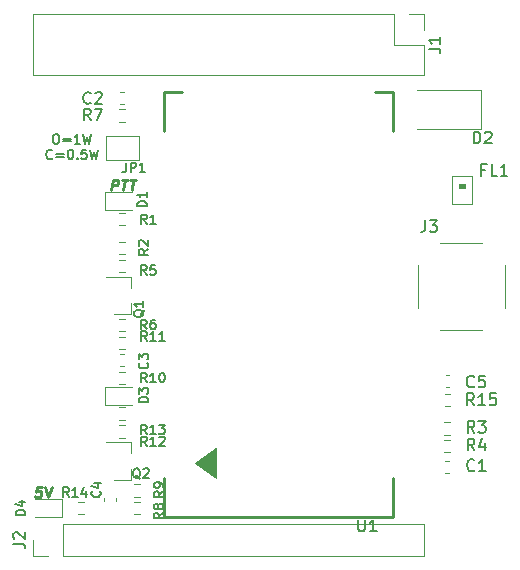
<source format=gbr>
G04 #@! TF.GenerationSoftware,KiCad,Pcbnew,(7.0.0)*
G04 #@! TF.CreationDate,2023-10-04T12:26:05+03:00*
G04 #@! TF.ProjectId,voltlog UHF repeater,766f6c74-6c6f-4672-9055-484620726570,rev?*
G04 #@! TF.SameCoordinates,Original*
G04 #@! TF.FileFunction,Legend,Top*
G04 #@! TF.FilePolarity,Positive*
%FSLAX46Y46*%
G04 Gerber Fmt 4.6, Leading zero omitted, Abs format (unit mm)*
G04 Created by KiCad (PCBNEW (7.0.0)) date 2023-10-04 12:26:05*
%MOMM*%
%LPD*%
G01*
G04 APERTURE LIST*
%ADD10C,0.225000*%
%ADD11C,0.150000*%
%ADD12C,0.120000*%
%ADD13C,0.250000*%
%ADD14C,0.100000*%
G04 APERTURE END LIST*
D10*
X173083928Y-48830642D02*
X173196428Y-47930642D01*
X173196428Y-47930642D02*
X173539286Y-47930642D01*
X173539286Y-47930642D02*
X173619643Y-47973500D01*
X173619643Y-47973500D02*
X173657143Y-48016357D01*
X173657143Y-48016357D02*
X173689286Y-48102071D01*
X173689286Y-48102071D02*
X173673214Y-48230642D01*
X173673214Y-48230642D02*
X173619643Y-48316357D01*
X173619643Y-48316357D02*
X173571428Y-48359214D01*
X173571428Y-48359214D02*
X173480357Y-48402071D01*
X173480357Y-48402071D02*
X173137500Y-48402071D01*
X173967857Y-47930642D02*
X174482143Y-47930642D01*
X174112500Y-48830642D02*
X174225000Y-47930642D01*
X174653571Y-47930642D02*
X175167857Y-47930642D01*
X174798214Y-48830642D02*
X174910714Y-47930642D01*
D11*
X168340476Y-44095904D02*
X168492857Y-44095904D01*
X168492857Y-44095904D02*
X168569047Y-44134000D01*
X168569047Y-44134000D02*
X168645238Y-44210190D01*
X168645238Y-44210190D02*
X168683333Y-44362571D01*
X168683333Y-44362571D02*
X168683333Y-44629238D01*
X168683333Y-44629238D02*
X168645238Y-44781619D01*
X168645238Y-44781619D02*
X168569047Y-44857809D01*
X168569047Y-44857809D02*
X168492857Y-44895904D01*
X168492857Y-44895904D02*
X168340476Y-44895904D01*
X168340476Y-44895904D02*
X168264285Y-44857809D01*
X168264285Y-44857809D02*
X168188095Y-44781619D01*
X168188095Y-44781619D02*
X168149999Y-44629238D01*
X168149999Y-44629238D02*
X168149999Y-44362571D01*
X168149999Y-44362571D02*
X168188095Y-44210190D01*
X168188095Y-44210190D02*
X168264285Y-44134000D01*
X168264285Y-44134000D02*
X168340476Y-44095904D01*
X169026190Y-44476857D02*
X169635714Y-44476857D01*
X169635714Y-44705428D02*
X169026190Y-44705428D01*
X170435713Y-44895904D02*
X169978570Y-44895904D01*
X170207142Y-44895904D02*
X170207142Y-44095904D01*
X170207142Y-44095904D02*
X170130951Y-44210190D01*
X170130951Y-44210190D02*
X170054761Y-44286380D01*
X170054761Y-44286380D02*
X169978570Y-44324476D01*
X170702380Y-44095904D02*
X170892856Y-44895904D01*
X170892856Y-44895904D02*
X171045237Y-44324476D01*
X171045237Y-44324476D02*
X171197618Y-44895904D01*
X171197618Y-44895904D02*
X171388095Y-44095904D01*
X168092857Y-46115714D02*
X168054761Y-46153809D01*
X168054761Y-46153809D02*
X167940476Y-46191904D01*
X167940476Y-46191904D02*
X167864285Y-46191904D01*
X167864285Y-46191904D02*
X167749999Y-46153809D01*
X167749999Y-46153809D02*
X167673809Y-46077619D01*
X167673809Y-46077619D02*
X167635714Y-46001428D01*
X167635714Y-46001428D02*
X167597618Y-45849047D01*
X167597618Y-45849047D02*
X167597618Y-45734761D01*
X167597618Y-45734761D02*
X167635714Y-45582380D01*
X167635714Y-45582380D02*
X167673809Y-45506190D01*
X167673809Y-45506190D02*
X167749999Y-45430000D01*
X167749999Y-45430000D02*
X167864285Y-45391904D01*
X167864285Y-45391904D02*
X167940476Y-45391904D01*
X167940476Y-45391904D02*
X168054761Y-45430000D01*
X168054761Y-45430000D02*
X168092857Y-45468095D01*
X168435714Y-45772857D02*
X169045238Y-45772857D01*
X169045238Y-46001428D02*
X168435714Y-46001428D01*
X169578571Y-45391904D02*
X169654761Y-45391904D01*
X169654761Y-45391904D02*
X169730952Y-45430000D01*
X169730952Y-45430000D02*
X169769047Y-45468095D01*
X169769047Y-45468095D02*
X169807142Y-45544285D01*
X169807142Y-45544285D02*
X169845237Y-45696666D01*
X169845237Y-45696666D02*
X169845237Y-45887142D01*
X169845237Y-45887142D02*
X169807142Y-46039523D01*
X169807142Y-46039523D02*
X169769047Y-46115714D01*
X169769047Y-46115714D02*
X169730952Y-46153809D01*
X169730952Y-46153809D02*
X169654761Y-46191904D01*
X169654761Y-46191904D02*
X169578571Y-46191904D01*
X169578571Y-46191904D02*
X169502380Y-46153809D01*
X169502380Y-46153809D02*
X169464285Y-46115714D01*
X169464285Y-46115714D02*
X169426190Y-46039523D01*
X169426190Y-46039523D02*
X169388094Y-45887142D01*
X169388094Y-45887142D02*
X169388094Y-45696666D01*
X169388094Y-45696666D02*
X169426190Y-45544285D01*
X169426190Y-45544285D02*
X169464285Y-45468095D01*
X169464285Y-45468095D02*
X169502380Y-45430000D01*
X169502380Y-45430000D02*
X169578571Y-45391904D01*
X170188095Y-46115714D02*
X170226190Y-46153809D01*
X170226190Y-46153809D02*
X170188095Y-46191904D01*
X170188095Y-46191904D02*
X170149999Y-46153809D01*
X170149999Y-46153809D02*
X170188095Y-46115714D01*
X170188095Y-46115714D02*
X170188095Y-46191904D01*
X170949999Y-45391904D02*
X170569047Y-45391904D01*
X170569047Y-45391904D02*
X170530951Y-45772857D01*
X170530951Y-45772857D02*
X170569047Y-45734761D01*
X170569047Y-45734761D02*
X170645237Y-45696666D01*
X170645237Y-45696666D02*
X170835713Y-45696666D01*
X170835713Y-45696666D02*
X170911904Y-45734761D01*
X170911904Y-45734761D02*
X170949999Y-45772857D01*
X170949999Y-45772857D02*
X170988094Y-45849047D01*
X170988094Y-45849047D02*
X170988094Y-46039523D01*
X170988094Y-46039523D02*
X170949999Y-46115714D01*
X170949999Y-46115714D02*
X170911904Y-46153809D01*
X170911904Y-46153809D02*
X170835713Y-46191904D01*
X170835713Y-46191904D02*
X170645237Y-46191904D01*
X170645237Y-46191904D02*
X170569047Y-46153809D01*
X170569047Y-46153809D02*
X170530951Y-46115714D01*
X171254761Y-45391904D02*
X171445237Y-46191904D01*
X171445237Y-46191904D02*
X171597618Y-45620476D01*
X171597618Y-45620476D02*
X171749999Y-46191904D01*
X171749999Y-46191904D02*
X171940476Y-45391904D01*
D10*
X167196428Y-73930642D02*
X166767856Y-73930642D01*
X166767856Y-73930642D02*
X166671428Y-74359214D01*
X166671428Y-74359214D02*
X166719642Y-74316357D01*
X166719642Y-74316357D02*
X166810714Y-74273500D01*
X166810714Y-74273500D02*
X167024999Y-74273500D01*
X167024999Y-74273500D02*
X167105356Y-74316357D01*
X167105356Y-74316357D02*
X167142856Y-74359214D01*
X167142856Y-74359214D02*
X167174999Y-74444928D01*
X167174999Y-74444928D02*
X167148214Y-74659214D01*
X167148214Y-74659214D02*
X167094642Y-74744928D01*
X167094642Y-74744928D02*
X167046428Y-74787785D01*
X167046428Y-74787785D02*
X166955356Y-74830642D01*
X166955356Y-74830642D02*
X166741071Y-74830642D01*
X166741071Y-74830642D02*
X166660714Y-74787785D01*
X166660714Y-74787785D02*
X166623214Y-74744928D01*
X167496428Y-73930642D02*
X167683928Y-74830642D01*
X167683928Y-74830642D02*
X168096428Y-73930642D01*
D11*
G04 #@! TO.C,C1*
X203833333Y-72522142D02*
X203785714Y-72569761D01*
X203785714Y-72569761D02*
X203642857Y-72617380D01*
X203642857Y-72617380D02*
X203547619Y-72617380D01*
X203547619Y-72617380D02*
X203404762Y-72569761D01*
X203404762Y-72569761D02*
X203309524Y-72474523D01*
X203309524Y-72474523D02*
X203261905Y-72379285D01*
X203261905Y-72379285D02*
X203214286Y-72188809D01*
X203214286Y-72188809D02*
X203214286Y-72045952D01*
X203214286Y-72045952D02*
X203261905Y-71855476D01*
X203261905Y-71855476D02*
X203309524Y-71760238D01*
X203309524Y-71760238D02*
X203404762Y-71665000D01*
X203404762Y-71665000D02*
X203547619Y-71617380D01*
X203547619Y-71617380D02*
X203642857Y-71617380D01*
X203642857Y-71617380D02*
X203785714Y-71665000D01*
X203785714Y-71665000D02*
X203833333Y-71712619D01*
X204785714Y-72617380D02*
X204214286Y-72617380D01*
X204500000Y-72617380D02*
X204500000Y-71617380D01*
X204500000Y-71617380D02*
X204404762Y-71760238D01*
X204404762Y-71760238D02*
X204309524Y-71855476D01*
X204309524Y-71855476D02*
X204214286Y-71903095D01*
G04 #@! TO.C,C2*
X171333333Y-41422142D02*
X171285714Y-41469761D01*
X171285714Y-41469761D02*
X171142857Y-41517380D01*
X171142857Y-41517380D02*
X171047619Y-41517380D01*
X171047619Y-41517380D02*
X170904762Y-41469761D01*
X170904762Y-41469761D02*
X170809524Y-41374523D01*
X170809524Y-41374523D02*
X170761905Y-41279285D01*
X170761905Y-41279285D02*
X170714286Y-41088809D01*
X170714286Y-41088809D02*
X170714286Y-40945952D01*
X170714286Y-40945952D02*
X170761905Y-40755476D01*
X170761905Y-40755476D02*
X170809524Y-40660238D01*
X170809524Y-40660238D02*
X170904762Y-40565000D01*
X170904762Y-40565000D02*
X171047619Y-40517380D01*
X171047619Y-40517380D02*
X171142857Y-40517380D01*
X171142857Y-40517380D02*
X171285714Y-40565000D01*
X171285714Y-40565000D02*
X171333333Y-40612619D01*
X171714286Y-40612619D02*
X171761905Y-40565000D01*
X171761905Y-40565000D02*
X171857143Y-40517380D01*
X171857143Y-40517380D02*
X172095238Y-40517380D01*
X172095238Y-40517380D02*
X172190476Y-40565000D01*
X172190476Y-40565000D02*
X172238095Y-40612619D01*
X172238095Y-40612619D02*
X172285714Y-40707857D01*
X172285714Y-40707857D02*
X172285714Y-40803095D01*
X172285714Y-40803095D02*
X172238095Y-40945952D01*
X172238095Y-40945952D02*
X171666667Y-41517380D01*
X171666667Y-41517380D02*
X172285714Y-41517380D01*
G04 #@! TO.C,C3*
X176117714Y-63433332D02*
X176155809Y-63471428D01*
X176155809Y-63471428D02*
X176193904Y-63585713D01*
X176193904Y-63585713D02*
X176193904Y-63661904D01*
X176193904Y-63661904D02*
X176155809Y-63776190D01*
X176155809Y-63776190D02*
X176079619Y-63852380D01*
X176079619Y-63852380D02*
X176003428Y-63890475D01*
X176003428Y-63890475D02*
X175851047Y-63928571D01*
X175851047Y-63928571D02*
X175736761Y-63928571D01*
X175736761Y-63928571D02*
X175584380Y-63890475D01*
X175584380Y-63890475D02*
X175508190Y-63852380D01*
X175508190Y-63852380D02*
X175432000Y-63776190D01*
X175432000Y-63776190D02*
X175393904Y-63661904D01*
X175393904Y-63661904D02*
X175393904Y-63585713D01*
X175393904Y-63585713D02*
X175432000Y-63471428D01*
X175432000Y-63471428D02*
X175470095Y-63433332D01*
X175393904Y-63166666D02*
X175393904Y-62671428D01*
X175393904Y-62671428D02*
X175698666Y-62938094D01*
X175698666Y-62938094D02*
X175698666Y-62823809D01*
X175698666Y-62823809D02*
X175736761Y-62747618D01*
X175736761Y-62747618D02*
X175774857Y-62709523D01*
X175774857Y-62709523D02*
X175851047Y-62671428D01*
X175851047Y-62671428D02*
X176041523Y-62671428D01*
X176041523Y-62671428D02*
X176117714Y-62709523D01*
X176117714Y-62709523D02*
X176155809Y-62747618D01*
X176155809Y-62747618D02*
X176193904Y-62823809D01*
X176193904Y-62823809D02*
X176193904Y-63052380D01*
X176193904Y-63052380D02*
X176155809Y-63128571D01*
X176155809Y-63128571D02*
X176117714Y-63166666D01*
G04 #@! TO.C,C4*
X172117714Y-74333332D02*
X172155809Y-74371428D01*
X172155809Y-74371428D02*
X172193904Y-74485713D01*
X172193904Y-74485713D02*
X172193904Y-74561904D01*
X172193904Y-74561904D02*
X172155809Y-74676190D01*
X172155809Y-74676190D02*
X172079619Y-74752380D01*
X172079619Y-74752380D02*
X172003428Y-74790475D01*
X172003428Y-74790475D02*
X171851047Y-74828571D01*
X171851047Y-74828571D02*
X171736761Y-74828571D01*
X171736761Y-74828571D02*
X171584380Y-74790475D01*
X171584380Y-74790475D02*
X171508190Y-74752380D01*
X171508190Y-74752380D02*
X171432000Y-74676190D01*
X171432000Y-74676190D02*
X171393904Y-74561904D01*
X171393904Y-74561904D02*
X171393904Y-74485713D01*
X171393904Y-74485713D02*
X171432000Y-74371428D01*
X171432000Y-74371428D02*
X171470095Y-74333332D01*
X171660571Y-73647618D02*
X172193904Y-73647618D01*
X171355809Y-73838094D02*
X171927238Y-74028571D01*
X171927238Y-74028571D02*
X171927238Y-73533332D01*
G04 #@! TO.C,D1*
X176093904Y-50190475D02*
X175293904Y-50190475D01*
X175293904Y-50190475D02*
X175293904Y-49999999D01*
X175293904Y-49999999D02*
X175332000Y-49885713D01*
X175332000Y-49885713D02*
X175408190Y-49809523D01*
X175408190Y-49809523D02*
X175484380Y-49771428D01*
X175484380Y-49771428D02*
X175636761Y-49733332D01*
X175636761Y-49733332D02*
X175751047Y-49733332D01*
X175751047Y-49733332D02*
X175903428Y-49771428D01*
X175903428Y-49771428D02*
X175979619Y-49809523D01*
X175979619Y-49809523D02*
X176055809Y-49885713D01*
X176055809Y-49885713D02*
X176093904Y-49999999D01*
X176093904Y-49999999D02*
X176093904Y-50190475D01*
X176093904Y-48971428D02*
X176093904Y-49428571D01*
X176093904Y-49199999D02*
X175293904Y-49199999D01*
X175293904Y-49199999D02*
X175408190Y-49276190D01*
X175408190Y-49276190D02*
X175484380Y-49352380D01*
X175484380Y-49352380D02*
X175522476Y-49428571D01*
G04 #@! TO.C,D2*
X203761905Y-44867380D02*
X203761905Y-43867380D01*
X203761905Y-43867380D02*
X204000000Y-43867380D01*
X204000000Y-43867380D02*
X204142857Y-43915000D01*
X204142857Y-43915000D02*
X204238095Y-44010238D01*
X204238095Y-44010238D02*
X204285714Y-44105476D01*
X204285714Y-44105476D02*
X204333333Y-44295952D01*
X204333333Y-44295952D02*
X204333333Y-44438809D01*
X204333333Y-44438809D02*
X204285714Y-44629285D01*
X204285714Y-44629285D02*
X204238095Y-44724523D01*
X204238095Y-44724523D02*
X204142857Y-44819761D01*
X204142857Y-44819761D02*
X204000000Y-44867380D01*
X204000000Y-44867380D02*
X203761905Y-44867380D01*
X204714286Y-43962619D02*
X204761905Y-43915000D01*
X204761905Y-43915000D02*
X204857143Y-43867380D01*
X204857143Y-43867380D02*
X205095238Y-43867380D01*
X205095238Y-43867380D02*
X205190476Y-43915000D01*
X205190476Y-43915000D02*
X205238095Y-43962619D01*
X205238095Y-43962619D02*
X205285714Y-44057857D01*
X205285714Y-44057857D02*
X205285714Y-44153095D01*
X205285714Y-44153095D02*
X205238095Y-44295952D01*
X205238095Y-44295952D02*
X204666667Y-44867380D01*
X204666667Y-44867380D02*
X205285714Y-44867380D01*
G04 #@! TO.C,D3*
X176193904Y-66790475D02*
X175393904Y-66790475D01*
X175393904Y-66790475D02*
X175393904Y-66599999D01*
X175393904Y-66599999D02*
X175432000Y-66485713D01*
X175432000Y-66485713D02*
X175508190Y-66409523D01*
X175508190Y-66409523D02*
X175584380Y-66371428D01*
X175584380Y-66371428D02*
X175736761Y-66333332D01*
X175736761Y-66333332D02*
X175851047Y-66333332D01*
X175851047Y-66333332D02*
X176003428Y-66371428D01*
X176003428Y-66371428D02*
X176079619Y-66409523D01*
X176079619Y-66409523D02*
X176155809Y-66485713D01*
X176155809Y-66485713D02*
X176193904Y-66599999D01*
X176193904Y-66599999D02*
X176193904Y-66790475D01*
X175393904Y-66066666D02*
X175393904Y-65571428D01*
X175393904Y-65571428D02*
X175698666Y-65838094D01*
X175698666Y-65838094D02*
X175698666Y-65723809D01*
X175698666Y-65723809D02*
X175736761Y-65647618D01*
X175736761Y-65647618D02*
X175774857Y-65609523D01*
X175774857Y-65609523D02*
X175851047Y-65571428D01*
X175851047Y-65571428D02*
X176041523Y-65571428D01*
X176041523Y-65571428D02*
X176117714Y-65609523D01*
X176117714Y-65609523D02*
X176155809Y-65647618D01*
X176155809Y-65647618D02*
X176193904Y-65723809D01*
X176193904Y-65723809D02*
X176193904Y-65952380D01*
X176193904Y-65952380D02*
X176155809Y-66028571D01*
X176155809Y-66028571D02*
X176117714Y-66066666D01*
G04 #@! TO.C,D4*
X165793904Y-76340475D02*
X164993904Y-76340475D01*
X164993904Y-76340475D02*
X164993904Y-76149999D01*
X164993904Y-76149999D02*
X165032000Y-76035713D01*
X165032000Y-76035713D02*
X165108190Y-75959523D01*
X165108190Y-75959523D02*
X165184380Y-75921428D01*
X165184380Y-75921428D02*
X165336761Y-75883332D01*
X165336761Y-75883332D02*
X165451047Y-75883332D01*
X165451047Y-75883332D02*
X165603428Y-75921428D01*
X165603428Y-75921428D02*
X165679619Y-75959523D01*
X165679619Y-75959523D02*
X165755809Y-76035713D01*
X165755809Y-76035713D02*
X165793904Y-76149999D01*
X165793904Y-76149999D02*
X165793904Y-76340475D01*
X165260571Y-75197618D02*
X165793904Y-75197618D01*
X164955809Y-75388094D02*
X165527238Y-75578571D01*
X165527238Y-75578571D02*
X165527238Y-75083332D01*
G04 #@! TO.C,J2*
X164787380Y-78783333D02*
X165501666Y-78783333D01*
X165501666Y-78783333D02*
X165644523Y-78830952D01*
X165644523Y-78830952D02*
X165739761Y-78926190D01*
X165739761Y-78926190D02*
X165787380Y-79069047D01*
X165787380Y-79069047D02*
X165787380Y-79164285D01*
X164882619Y-78354761D02*
X164835000Y-78307142D01*
X164835000Y-78307142D02*
X164787380Y-78211904D01*
X164787380Y-78211904D02*
X164787380Y-77973809D01*
X164787380Y-77973809D02*
X164835000Y-77878571D01*
X164835000Y-77878571D02*
X164882619Y-77830952D01*
X164882619Y-77830952D02*
X164977857Y-77783333D01*
X164977857Y-77783333D02*
X165073095Y-77783333D01*
X165073095Y-77783333D02*
X165215952Y-77830952D01*
X165215952Y-77830952D02*
X165787380Y-78402380D01*
X165787380Y-78402380D02*
X165787380Y-77783333D01*
G04 #@! TO.C,JP1*
X174333333Y-46493904D02*
X174333333Y-47065333D01*
X174333333Y-47065333D02*
X174295238Y-47179619D01*
X174295238Y-47179619D02*
X174219047Y-47255809D01*
X174219047Y-47255809D02*
X174104762Y-47293904D01*
X174104762Y-47293904D02*
X174028571Y-47293904D01*
X174714286Y-47293904D02*
X174714286Y-46493904D01*
X174714286Y-46493904D02*
X175019048Y-46493904D01*
X175019048Y-46493904D02*
X175095238Y-46532000D01*
X175095238Y-46532000D02*
X175133333Y-46570095D01*
X175133333Y-46570095D02*
X175171429Y-46646285D01*
X175171429Y-46646285D02*
X175171429Y-46760571D01*
X175171429Y-46760571D02*
X175133333Y-46836761D01*
X175133333Y-46836761D02*
X175095238Y-46874857D01*
X175095238Y-46874857D02*
X175019048Y-46912952D01*
X175019048Y-46912952D02*
X174714286Y-46912952D01*
X175933333Y-47293904D02*
X175476190Y-47293904D01*
X175704762Y-47293904D02*
X175704762Y-46493904D01*
X175704762Y-46493904D02*
X175628571Y-46608190D01*
X175628571Y-46608190D02*
X175552381Y-46684380D01*
X175552381Y-46684380D02*
X175476190Y-46722476D01*
G04 #@! TO.C,R1*
X176066667Y-51693904D02*
X175800000Y-51312952D01*
X175609524Y-51693904D02*
X175609524Y-50893904D01*
X175609524Y-50893904D02*
X175914286Y-50893904D01*
X175914286Y-50893904D02*
X175990476Y-50932000D01*
X175990476Y-50932000D02*
X176028571Y-50970095D01*
X176028571Y-50970095D02*
X176066667Y-51046285D01*
X176066667Y-51046285D02*
X176066667Y-51160571D01*
X176066667Y-51160571D02*
X176028571Y-51236761D01*
X176028571Y-51236761D02*
X175990476Y-51274857D01*
X175990476Y-51274857D02*
X175914286Y-51312952D01*
X175914286Y-51312952D02*
X175609524Y-51312952D01*
X176828571Y-51693904D02*
X176371428Y-51693904D01*
X176600000Y-51693904D02*
X176600000Y-50893904D01*
X176600000Y-50893904D02*
X176523809Y-51008190D01*
X176523809Y-51008190D02*
X176447619Y-51084380D01*
X176447619Y-51084380D02*
X176371428Y-51122476D01*
G04 #@! TO.C,R3*
X203833333Y-69367380D02*
X203500000Y-68891190D01*
X203261905Y-69367380D02*
X203261905Y-68367380D01*
X203261905Y-68367380D02*
X203642857Y-68367380D01*
X203642857Y-68367380D02*
X203738095Y-68415000D01*
X203738095Y-68415000D02*
X203785714Y-68462619D01*
X203785714Y-68462619D02*
X203833333Y-68557857D01*
X203833333Y-68557857D02*
X203833333Y-68700714D01*
X203833333Y-68700714D02*
X203785714Y-68795952D01*
X203785714Y-68795952D02*
X203738095Y-68843571D01*
X203738095Y-68843571D02*
X203642857Y-68891190D01*
X203642857Y-68891190D02*
X203261905Y-68891190D01*
X204166667Y-68367380D02*
X204785714Y-68367380D01*
X204785714Y-68367380D02*
X204452381Y-68748333D01*
X204452381Y-68748333D02*
X204595238Y-68748333D01*
X204595238Y-68748333D02*
X204690476Y-68795952D01*
X204690476Y-68795952D02*
X204738095Y-68843571D01*
X204738095Y-68843571D02*
X204785714Y-68938809D01*
X204785714Y-68938809D02*
X204785714Y-69176904D01*
X204785714Y-69176904D02*
X204738095Y-69272142D01*
X204738095Y-69272142D02*
X204690476Y-69319761D01*
X204690476Y-69319761D02*
X204595238Y-69367380D01*
X204595238Y-69367380D02*
X204309524Y-69367380D01*
X204309524Y-69367380D02*
X204214286Y-69319761D01*
X204214286Y-69319761D02*
X204166667Y-69272142D01*
G04 #@! TO.C,R4*
X203833333Y-70867380D02*
X203500000Y-70391190D01*
X203261905Y-70867380D02*
X203261905Y-69867380D01*
X203261905Y-69867380D02*
X203642857Y-69867380D01*
X203642857Y-69867380D02*
X203738095Y-69915000D01*
X203738095Y-69915000D02*
X203785714Y-69962619D01*
X203785714Y-69962619D02*
X203833333Y-70057857D01*
X203833333Y-70057857D02*
X203833333Y-70200714D01*
X203833333Y-70200714D02*
X203785714Y-70295952D01*
X203785714Y-70295952D02*
X203738095Y-70343571D01*
X203738095Y-70343571D02*
X203642857Y-70391190D01*
X203642857Y-70391190D02*
X203261905Y-70391190D01*
X204690476Y-70200714D02*
X204690476Y-70867380D01*
X204452381Y-69819761D02*
X204214286Y-70534047D01*
X204214286Y-70534047D02*
X204833333Y-70534047D01*
G04 #@! TO.C,R5*
X176066667Y-55993904D02*
X175800000Y-55612952D01*
X175609524Y-55993904D02*
X175609524Y-55193904D01*
X175609524Y-55193904D02*
X175914286Y-55193904D01*
X175914286Y-55193904D02*
X175990476Y-55232000D01*
X175990476Y-55232000D02*
X176028571Y-55270095D01*
X176028571Y-55270095D02*
X176066667Y-55346285D01*
X176066667Y-55346285D02*
X176066667Y-55460571D01*
X176066667Y-55460571D02*
X176028571Y-55536761D01*
X176028571Y-55536761D02*
X175990476Y-55574857D01*
X175990476Y-55574857D02*
X175914286Y-55612952D01*
X175914286Y-55612952D02*
X175609524Y-55612952D01*
X176790476Y-55193904D02*
X176409524Y-55193904D01*
X176409524Y-55193904D02*
X176371428Y-55574857D01*
X176371428Y-55574857D02*
X176409524Y-55536761D01*
X176409524Y-55536761D02*
X176485714Y-55498666D01*
X176485714Y-55498666D02*
X176676190Y-55498666D01*
X176676190Y-55498666D02*
X176752381Y-55536761D01*
X176752381Y-55536761D02*
X176790476Y-55574857D01*
X176790476Y-55574857D02*
X176828571Y-55651047D01*
X176828571Y-55651047D02*
X176828571Y-55841523D01*
X176828571Y-55841523D02*
X176790476Y-55917714D01*
X176790476Y-55917714D02*
X176752381Y-55955809D01*
X176752381Y-55955809D02*
X176676190Y-55993904D01*
X176676190Y-55993904D02*
X176485714Y-55993904D01*
X176485714Y-55993904D02*
X176409524Y-55955809D01*
X176409524Y-55955809D02*
X176371428Y-55917714D01*
G04 #@! TO.C,R6*
X176066667Y-60593904D02*
X175800000Y-60212952D01*
X175609524Y-60593904D02*
X175609524Y-59793904D01*
X175609524Y-59793904D02*
X175914286Y-59793904D01*
X175914286Y-59793904D02*
X175990476Y-59832000D01*
X175990476Y-59832000D02*
X176028571Y-59870095D01*
X176028571Y-59870095D02*
X176066667Y-59946285D01*
X176066667Y-59946285D02*
X176066667Y-60060571D01*
X176066667Y-60060571D02*
X176028571Y-60136761D01*
X176028571Y-60136761D02*
X175990476Y-60174857D01*
X175990476Y-60174857D02*
X175914286Y-60212952D01*
X175914286Y-60212952D02*
X175609524Y-60212952D01*
X176752381Y-59793904D02*
X176600000Y-59793904D01*
X176600000Y-59793904D02*
X176523809Y-59832000D01*
X176523809Y-59832000D02*
X176485714Y-59870095D01*
X176485714Y-59870095D02*
X176409524Y-59984380D01*
X176409524Y-59984380D02*
X176371428Y-60136761D01*
X176371428Y-60136761D02*
X176371428Y-60441523D01*
X176371428Y-60441523D02*
X176409524Y-60517714D01*
X176409524Y-60517714D02*
X176447619Y-60555809D01*
X176447619Y-60555809D02*
X176523809Y-60593904D01*
X176523809Y-60593904D02*
X176676190Y-60593904D01*
X176676190Y-60593904D02*
X176752381Y-60555809D01*
X176752381Y-60555809D02*
X176790476Y-60517714D01*
X176790476Y-60517714D02*
X176828571Y-60441523D01*
X176828571Y-60441523D02*
X176828571Y-60251047D01*
X176828571Y-60251047D02*
X176790476Y-60174857D01*
X176790476Y-60174857D02*
X176752381Y-60136761D01*
X176752381Y-60136761D02*
X176676190Y-60098666D01*
X176676190Y-60098666D02*
X176523809Y-60098666D01*
X176523809Y-60098666D02*
X176447619Y-60136761D01*
X176447619Y-60136761D02*
X176409524Y-60174857D01*
X176409524Y-60174857D02*
X176371428Y-60251047D01*
G04 #@! TO.C,R7*
X171333333Y-42917380D02*
X171000000Y-42441190D01*
X170761905Y-42917380D02*
X170761905Y-41917380D01*
X170761905Y-41917380D02*
X171142857Y-41917380D01*
X171142857Y-41917380D02*
X171238095Y-41965000D01*
X171238095Y-41965000D02*
X171285714Y-42012619D01*
X171285714Y-42012619D02*
X171333333Y-42107857D01*
X171333333Y-42107857D02*
X171333333Y-42250714D01*
X171333333Y-42250714D02*
X171285714Y-42345952D01*
X171285714Y-42345952D02*
X171238095Y-42393571D01*
X171238095Y-42393571D02*
X171142857Y-42441190D01*
X171142857Y-42441190D02*
X170761905Y-42441190D01*
X171666667Y-41917380D02*
X172333333Y-41917380D01*
X172333333Y-41917380D02*
X171904762Y-42917380D01*
G04 #@! TO.C,R8*
X177493904Y-76133332D02*
X177112952Y-76399999D01*
X177493904Y-76590475D02*
X176693904Y-76590475D01*
X176693904Y-76590475D02*
X176693904Y-76285713D01*
X176693904Y-76285713D02*
X176732000Y-76209523D01*
X176732000Y-76209523D02*
X176770095Y-76171428D01*
X176770095Y-76171428D02*
X176846285Y-76133332D01*
X176846285Y-76133332D02*
X176960571Y-76133332D01*
X176960571Y-76133332D02*
X177036761Y-76171428D01*
X177036761Y-76171428D02*
X177074857Y-76209523D01*
X177074857Y-76209523D02*
X177112952Y-76285713D01*
X177112952Y-76285713D02*
X177112952Y-76590475D01*
X177036761Y-75676190D02*
X176998666Y-75752380D01*
X176998666Y-75752380D02*
X176960571Y-75790475D01*
X176960571Y-75790475D02*
X176884380Y-75828571D01*
X176884380Y-75828571D02*
X176846285Y-75828571D01*
X176846285Y-75828571D02*
X176770095Y-75790475D01*
X176770095Y-75790475D02*
X176732000Y-75752380D01*
X176732000Y-75752380D02*
X176693904Y-75676190D01*
X176693904Y-75676190D02*
X176693904Y-75523809D01*
X176693904Y-75523809D02*
X176732000Y-75447618D01*
X176732000Y-75447618D02*
X176770095Y-75409523D01*
X176770095Y-75409523D02*
X176846285Y-75371428D01*
X176846285Y-75371428D02*
X176884380Y-75371428D01*
X176884380Y-75371428D02*
X176960571Y-75409523D01*
X176960571Y-75409523D02*
X176998666Y-75447618D01*
X176998666Y-75447618D02*
X177036761Y-75523809D01*
X177036761Y-75523809D02*
X177036761Y-75676190D01*
X177036761Y-75676190D02*
X177074857Y-75752380D01*
X177074857Y-75752380D02*
X177112952Y-75790475D01*
X177112952Y-75790475D02*
X177189142Y-75828571D01*
X177189142Y-75828571D02*
X177341523Y-75828571D01*
X177341523Y-75828571D02*
X177417714Y-75790475D01*
X177417714Y-75790475D02*
X177455809Y-75752380D01*
X177455809Y-75752380D02*
X177493904Y-75676190D01*
X177493904Y-75676190D02*
X177493904Y-75523809D01*
X177493904Y-75523809D02*
X177455809Y-75447618D01*
X177455809Y-75447618D02*
X177417714Y-75409523D01*
X177417714Y-75409523D02*
X177341523Y-75371428D01*
X177341523Y-75371428D02*
X177189142Y-75371428D01*
X177189142Y-75371428D02*
X177112952Y-75409523D01*
X177112952Y-75409523D02*
X177074857Y-75447618D01*
X177074857Y-75447618D02*
X177036761Y-75523809D01*
G04 #@! TO.C,R9*
X177493904Y-74333332D02*
X177112952Y-74599999D01*
X177493904Y-74790475D02*
X176693904Y-74790475D01*
X176693904Y-74790475D02*
X176693904Y-74485713D01*
X176693904Y-74485713D02*
X176732000Y-74409523D01*
X176732000Y-74409523D02*
X176770095Y-74371428D01*
X176770095Y-74371428D02*
X176846285Y-74333332D01*
X176846285Y-74333332D02*
X176960571Y-74333332D01*
X176960571Y-74333332D02*
X177036761Y-74371428D01*
X177036761Y-74371428D02*
X177074857Y-74409523D01*
X177074857Y-74409523D02*
X177112952Y-74485713D01*
X177112952Y-74485713D02*
X177112952Y-74790475D01*
X177493904Y-73952380D02*
X177493904Y-73799999D01*
X177493904Y-73799999D02*
X177455809Y-73723809D01*
X177455809Y-73723809D02*
X177417714Y-73685713D01*
X177417714Y-73685713D02*
X177303428Y-73609523D01*
X177303428Y-73609523D02*
X177151047Y-73571428D01*
X177151047Y-73571428D02*
X176846285Y-73571428D01*
X176846285Y-73571428D02*
X176770095Y-73609523D01*
X176770095Y-73609523D02*
X176732000Y-73647618D01*
X176732000Y-73647618D02*
X176693904Y-73723809D01*
X176693904Y-73723809D02*
X176693904Y-73876190D01*
X176693904Y-73876190D02*
X176732000Y-73952380D01*
X176732000Y-73952380D02*
X176770095Y-73990475D01*
X176770095Y-73990475D02*
X176846285Y-74028571D01*
X176846285Y-74028571D02*
X177036761Y-74028571D01*
X177036761Y-74028571D02*
X177112952Y-73990475D01*
X177112952Y-73990475D02*
X177151047Y-73952380D01*
X177151047Y-73952380D02*
X177189142Y-73876190D01*
X177189142Y-73876190D02*
X177189142Y-73723809D01*
X177189142Y-73723809D02*
X177151047Y-73647618D01*
X177151047Y-73647618D02*
X177112952Y-73609523D01*
X177112952Y-73609523D02*
X177036761Y-73571428D01*
G04 #@! TO.C,R10*
X176085714Y-65093904D02*
X175819047Y-64712952D01*
X175628571Y-65093904D02*
X175628571Y-64293904D01*
X175628571Y-64293904D02*
X175933333Y-64293904D01*
X175933333Y-64293904D02*
X176009523Y-64332000D01*
X176009523Y-64332000D02*
X176047618Y-64370095D01*
X176047618Y-64370095D02*
X176085714Y-64446285D01*
X176085714Y-64446285D02*
X176085714Y-64560571D01*
X176085714Y-64560571D02*
X176047618Y-64636761D01*
X176047618Y-64636761D02*
X176009523Y-64674857D01*
X176009523Y-64674857D02*
X175933333Y-64712952D01*
X175933333Y-64712952D02*
X175628571Y-64712952D01*
X176847618Y-65093904D02*
X176390475Y-65093904D01*
X176619047Y-65093904D02*
X176619047Y-64293904D01*
X176619047Y-64293904D02*
X176542856Y-64408190D01*
X176542856Y-64408190D02*
X176466666Y-64484380D01*
X176466666Y-64484380D02*
X176390475Y-64522476D01*
X177342857Y-64293904D02*
X177419047Y-64293904D01*
X177419047Y-64293904D02*
X177495238Y-64332000D01*
X177495238Y-64332000D02*
X177533333Y-64370095D01*
X177533333Y-64370095D02*
X177571428Y-64446285D01*
X177571428Y-64446285D02*
X177609523Y-64598666D01*
X177609523Y-64598666D02*
X177609523Y-64789142D01*
X177609523Y-64789142D02*
X177571428Y-64941523D01*
X177571428Y-64941523D02*
X177533333Y-65017714D01*
X177533333Y-65017714D02*
X177495238Y-65055809D01*
X177495238Y-65055809D02*
X177419047Y-65093904D01*
X177419047Y-65093904D02*
X177342857Y-65093904D01*
X177342857Y-65093904D02*
X177266666Y-65055809D01*
X177266666Y-65055809D02*
X177228571Y-65017714D01*
X177228571Y-65017714D02*
X177190476Y-64941523D01*
X177190476Y-64941523D02*
X177152380Y-64789142D01*
X177152380Y-64789142D02*
X177152380Y-64598666D01*
X177152380Y-64598666D02*
X177190476Y-64446285D01*
X177190476Y-64446285D02*
X177228571Y-64370095D01*
X177228571Y-64370095D02*
X177266666Y-64332000D01*
X177266666Y-64332000D02*
X177342857Y-64293904D01*
G04 #@! TO.C,R12*
X176085714Y-70493904D02*
X175819047Y-70112952D01*
X175628571Y-70493904D02*
X175628571Y-69693904D01*
X175628571Y-69693904D02*
X175933333Y-69693904D01*
X175933333Y-69693904D02*
X176009523Y-69732000D01*
X176009523Y-69732000D02*
X176047618Y-69770095D01*
X176047618Y-69770095D02*
X176085714Y-69846285D01*
X176085714Y-69846285D02*
X176085714Y-69960571D01*
X176085714Y-69960571D02*
X176047618Y-70036761D01*
X176047618Y-70036761D02*
X176009523Y-70074857D01*
X176009523Y-70074857D02*
X175933333Y-70112952D01*
X175933333Y-70112952D02*
X175628571Y-70112952D01*
X176847618Y-70493904D02*
X176390475Y-70493904D01*
X176619047Y-70493904D02*
X176619047Y-69693904D01*
X176619047Y-69693904D02*
X176542856Y-69808190D01*
X176542856Y-69808190D02*
X176466666Y-69884380D01*
X176466666Y-69884380D02*
X176390475Y-69922476D01*
X177152380Y-69770095D02*
X177190476Y-69732000D01*
X177190476Y-69732000D02*
X177266666Y-69693904D01*
X177266666Y-69693904D02*
X177457142Y-69693904D01*
X177457142Y-69693904D02*
X177533333Y-69732000D01*
X177533333Y-69732000D02*
X177571428Y-69770095D01*
X177571428Y-69770095D02*
X177609523Y-69846285D01*
X177609523Y-69846285D02*
X177609523Y-69922476D01*
X177609523Y-69922476D02*
X177571428Y-70036761D01*
X177571428Y-70036761D02*
X177114285Y-70493904D01*
X177114285Y-70493904D02*
X177609523Y-70493904D01*
G04 #@! TO.C,R13*
X176085714Y-69493904D02*
X175819047Y-69112952D01*
X175628571Y-69493904D02*
X175628571Y-68693904D01*
X175628571Y-68693904D02*
X175933333Y-68693904D01*
X175933333Y-68693904D02*
X176009523Y-68732000D01*
X176009523Y-68732000D02*
X176047618Y-68770095D01*
X176047618Y-68770095D02*
X176085714Y-68846285D01*
X176085714Y-68846285D02*
X176085714Y-68960571D01*
X176085714Y-68960571D02*
X176047618Y-69036761D01*
X176047618Y-69036761D02*
X176009523Y-69074857D01*
X176009523Y-69074857D02*
X175933333Y-69112952D01*
X175933333Y-69112952D02*
X175628571Y-69112952D01*
X176847618Y-69493904D02*
X176390475Y-69493904D01*
X176619047Y-69493904D02*
X176619047Y-68693904D01*
X176619047Y-68693904D02*
X176542856Y-68808190D01*
X176542856Y-68808190D02*
X176466666Y-68884380D01*
X176466666Y-68884380D02*
X176390475Y-68922476D01*
X177114285Y-68693904D02*
X177609523Y-68693904D01*
X177609523Y-68693904D02*
X177342857Y-68998666D01*
X177342857Y-68998666D02*
X177457142Y-68998666D01*
X177457142Y-68998666D02*
X177533333Y-69036761D01*
X177533333Y-69036761D02*
X177571428Y-69074857D01*
X177571428Y-69074857D02*
X177609523Y-69151047D01*
X177609523Y-69151047D02*
X177609523Y-69341523D01*
X177609523Y-69341523D02*
X177571428Y-69417714D01*
X177571428Y-69417714D02*
X177533333Y-69455809D01*
X177533333Y-69455809D02*
X177457142Y-69493904D01*
X177457142Y-69493904D02*
X177228571Y-69493904D01*
X177228571Y-69493904D02*
X177152380Y-69455809D01*
X177152380Y-69455809D02*
X177114285Y-69417714D01*
G04 #@! TO.C,R14*
X169485714Y-74793904D02*
X169219047Y-74412952D01*
X169028571Y-74793904D02*
X169028571Y-73993904D01*
X169028571Y-73993904D02*
X169333333Y-73993904D01*
X169333333Y-73993904D02*
X169409523Y-74032000D01*
X169409523Y-74032000D02*
X169447618Y-74070095D01*
X169447618Y-74070095D02*
X169485714Y-74146285D01*
X169485714Y-74146285D02*
X169485714Y-74260571D01*
X169485714Y-74260571D02*
X169447618Y-74336761D01*
X169447618Y-74336761D02*
X169409523Y-74374857D01*
X169409523Y-74374857D02*
X169333333Y-74412952D01*
X169333333Y-74412952D02*
X169028571Y-74412952D01*
X170247618Y-74793904D02*
X169790475Y-74793904D01*
X170019047Y-74793904D02*
X170019047Y-73993904D01*
X170019047Y-73993904D02*
X169942856Y-74108190D01*
X169942856Y-74108190D02*
X169866666Y-74184380D01*
X169866666Y-74184380D02*
X169790475Y-74222476D01*
X170933333Y-74260571D02*
X170933333Y-74793904D01*
X170742857Y-73955809D02*
X170552380Y-74527238D01*
X170552380Y-74527238D02*
X171047619Y-74527238D01*
G04 #@! TO.C,U1*
X193988095Y-76717380D02*
X193988095Y-77526904D01*
X193988095Y-77526904D02*
X194035714Y-77622142D01*
X194035714Y-77622142D02*
X194083333Y-77669761D01*
X194083333Y-77669761D02*
X194178571Y-77717380D01*
X194178571Y-77717380D02*
X194369047Y-77717380D01*
X194369047Y-77717380D02*
X194464285Y-77669761D01*
X194464285Y-77669761D02*
X194511904Y-77622142D01*
X194511904Y-77622142D02*
X194559523Y-77526904D01*
X194559523Y-77526904D02*
X194559523Y-76717380D01*
X195559523Y-77717380D02*
X194988095Y-77717380D01*
X195273809Y-77717380D02*
X195273809Y-76717380D01*
X195273809Y-76717380D02*
X195178571Y-76860238D01*
X195178571Y-76860238D02*
X195083333Y-76955476D01*
X195083333Y-76955476D02*
X194988095Y-77003095D01*
G04 #@! TO.C,J1*
X199947380Y-36853333D02*
X200661666Y-36853333D01*
X200661666Y-36853333D02*
X200804523Y-36900952D01*
X200804523Y-36900952D02*
X200899761Y-36996190D01*
X200899761Y-36996190D02*
X200947380Y-37139047D01*
X200947380Y-37139047D02*
X200947380Y-37234285D01*
X200947380Y-35853333D02*
X200947380Y-36424761D01*
X200947380Y-36139047D02*
X199947380Y-36139047D01*
X199947380Y-36139047D02*
X200090238Y-36234285D01*
X200090238Y-36234285D02*
X200185476Y-36329523D01*
X200185476Y-36329523D02*
X200233095Y-36424761D01*
G04 #@! TO.C,FL1*
X204761904Y-47093571D02*
X204428571Y-47093571D01*
X204428571Y-47617380D02*
X204428571Y-46617380D01*
X204428571Y-46617380D02*
X204904761Y-46617380D01*
X205761904Y-47617380D02*
X205285714Y-47617380D01*
X205285714Y-47617380D02*
X205285714Y-46617380D01*
X206619047Y-47617380D02*
X206047619Y-47617380D01*
X206333333Y-47617380D02*
X206333333Y-46617380D01*
X206333333Y-46617380D02*
X206238095Y-46760238D01*
X206238095Y-46760238D02*
X206142857Y-46855476D01*
X206142857Y-46855476D02*
X206047619Y-46903095D01*
G04 #@! TO.C,J3*
X199666666Y-51367380D02*
X199666666Y-52081666D01*
X199666666Y-52081666D02*
X199619047Y-52224523D01*
X199619047Y-52224523D02*
X199523809Y-52319761D01*
X199523809Y-52319761D02*
X199380952Y-52367380D01*
X199380952Y-52367380D02*
X199285714Y-52367380D01*
X200047619Y-51367380D02*
X200666666Y-51367380D01*
X200666666Y-51367380D02*
X200333333Y-51748333D01*
X200333333Y-51748333D02*
X200476190Y-51748333D01*
X200476190Y-51748333D02*
X200571428Y-51795952D01*
X200571428Y-51795952D02*
X200619047Y-51843571D01*
X200619047Y-51843571D02*
X200666666Y-51938809D01*
X200666666Y-51938809D02*
X200666666Y-52176904D01*
X200666666Y-52176904D02*
X200619047Y-52272142D01*
X200619047Y-52272142D02*
X200571428Y-52319761D01*
X200571428Y-52319761D02*
X200476190Y-52367380D01*
X200476190Y-52367380D02*
X200190476Y-52367380D01*
X200190476Y-52367380D02*
X200095238Y-52319761D01*
X200095238Y-52319761D02*
X200047619Y-52272142D01*
G04 #@! TO.C,Q1*
X175870095Y-58976190D02*
X175832000Y-59052380D01*
X175832000Y-59052380D02*
X175755809Y-59128571D01*
X175755809Y-59128571D02*
X175641523Y-59242857D01*
X175641523Y-59242857D02*
X175603428Y-59319047D01*
X175603428Y-59319047D02*
X175603428Y-59395238D01*
X175793904Y-59357142D02*
X175755809Y-59433333D01*
X175755809Y-59433333D02*
X175679619Y-59509523D01*
X175679619Y-59509523D02*
X175527238Y-59547619D01*
X175527238Y-59547619D02*
X175260571Y-59547619D01*
X175260571Y-59547619D02*
X175108190Y-59509523D01*
X175108190Y-59509523D02*
X175032000Y-59433333D01*
X175032000Y-59433333D02*
X174993904Y-59357142D01*
X174993904Y-59357142D02*
X174993904Y-59204761D01*
X174993904Y-59204761D02*
X175032000Y-59128571D01*
X175032000Y-59128571D02*
X175108190Y-59052380D01*
X175108190Y-59052380D02*
X175260571Y-59014285D01*
X175260571Y-59014285D02*
X175527238Y-59014285D01*
X175527238Y-59014285D02*
X175679619Y-59052380D01*
X175679619Y-59052380D02*
X175755809Y-59128571D01*
X175755809Y-59128571D02*
X175793904Y-59204761D01*
X175793904Y-59204761D02*
X175793904Y-59357142D01*
X175793904Y-58252381D02*
X175793904Y-58709524D01*
X175793904Y-58480952D02*
X174993904Y-58480952D01*
X174993904Y-58480952D02*
X175108190Y-58557143D01*
X175108190Y-58557143D02*
X175184380Y-58633333D01*
X175184380Y-58633333D02*
X175222476Y-58709524D01*
G04 #@! TO.C,Q2*
X175523809Y-73270095D02*
X175447619Y-73232000D01*
X175447619Y-73232000D02*
X175371428Y-73155809D01*
X175371428Y-73155809D02*
X175257142Y-73041523D01*
X175257142Y-73041523D02*
X175180952Y-73003428D01*
X175180952Y-73003428D02*
X175104761Y-73003428D01*
X175142857Y-73193904D02*
X175066666Y-73155809D01*
X175066666Y-73155809D02*
X174990476Y-73079619D01*
X174990476Y-73079619D02*
X174952380Y-72927238D01*
X174952380Y-72927238D02*
X174952380Y-72660571D01*
X174952380Y-72660571D02*
X174990476Y-72508190D01*
X174990476Y-72508190D02*
X175066666Y-72432000D01*
X175066666Y-72432000D02*
X175142857Y-72393904D01*
X175142857Y-72393904D02*
X175295238Y-72393904D01*
X175295238Y-72393904D02*
X175371428Y-72432000D01*
X175371428Y-72432000D02*
X175447619Y-72508190D01*
X175447619Y-72508190D02*
X175485714Y-72660571D01*
X175485714Y-72660571D02*
X175485714Y-72927238D01*
X175485714Y-72927238D02*
X175447619Y-73079619D01*
X175447619Y-73079619D02*
X175371428Y-73155809D01*
X175371428Y-73155809D02*
X175295238Y-73193904D01*
X175295238Y-73193904D02*
X175142857Y-73193904D01*
X175790475Y-72470095D02*
X175828571Y-72432000D01*
X175828571Y-72432000D02*
X175904761Y-72393904D01*
X175904761Y-72393904D02*
X176095237Y-72393904D01*
X176095237Y-72393904D02*
X176171428Y-72432000D01*
X176171428Y-72432000D02*
X176209523Y-72470095D01*
X176209523Y-72470095D02*
X176247618Y-72546285D01*
X176247618Y-72546285D02*
X176247618Y-72622476D01*
X176247618Y-72622476D02*
X176209523Y-72736761D01*
X176209523Y-72736761D02*
X175752380Y-73193904D01*
X175752380Y-73193904D02*
X176247618Y-73193904D01*
G04 #@! TO.C,R11*
X176085714Y-61593904D02*
X175819047Y-61212952D01*
X175628571Y-61593904D02*
X175628571Y-60793904D01*
X175628571Y-60793904D02*
X175933333Y-60793904D01*
X175933333Y-60793904D02*
X176009523Y-60832000D01*
X176009523Y-60832000D02*
X176047618Y-60870095D01*
X176047618Y-60870095D02*
X176085714Y-60946285D01*
X176085714Y-60946285D02*
X176085714Y-61060571D01*
X176085714Y-61060571D02*
X176047618Y-61136761D01*
X176047618Y-61136761D02*
X176009523Y-61174857D01*
X176009523Y-61174857D02*
X175933333Y-61212952D01*
X175933333Y-61212952D02*
X175628571Y-61212952D01*
X176847618Y-61593904D02*
X176390475Y-61593904D01*
X176619047Y-61593904D02*
X176619047Y-60793904D01*
X176619047Y-60793904D02*
X176542856Y-60908190D01*
X176542856Y-60908190D02*
X176466666Y-60984380D01*
X176466666Y-60984380D02*
X176390475Y-61022476D01*
X177609523Y-61593904D02*
X177152380Y-61593904D01*
X177380952Y-61593904D02*
X177380952Y-60793904D01*
X177380952Y-60793904D02*
X177304761Y-60908190D01*
X177304761Y-60908190D02*
X177228571Y-60984380D01*
X177228571Y-60984380D02*
X177152380Y-61022476D01*
G04 #@! TO.C,R2*
X176193904Y-53833332D02*
X175812952Y-54099999D01*
X176193904Y-54290475D02*
X175393904Y-54290475D01*
X175393904Y-54290475D02*
X175393904Y-53985713D01*
X175393904Y-53985713D02*
X175432000Y-53909523D01*
X175432000Y-53909523D02*
X175470095Y-53871428D01*
X175470095Y-53871428D02*
X175546285Y-53833332D01*
X175546285Y-53833332D02*
X175660571Y-53833332D01*
X175660571Y-53833332D02*
X175736761Y-53871428D01*
X175736761Y-53871428D02*
X175774857Y-53909523D01*
X175774857Y-53909523D02*
X175812952Y-53985713D01*
X175812952Y-53985713D02*
X175812952Y-54290475D01*
X175470095Y-53528571D02*
X175432000Y-53490475D01*
X175432000Y-53490475D02*
X175393904Y-53414285D01*
X175393904Y-53414285D02*
X175393904Y-53223809D01*
X175393904Y-53223809D02*
X175432000Y-53147618D01*
X175432000Y-53147618D02*
X175470095Y-53109523D01*
X175470095Y-53109523D02*
X175546285Y-53071428D01*
X175546285Y-53071428D02*
X175622476Y-53071428D01*
X175622476Y-53071428D02*
X175736761Y-53109523D01*
X175736761Y-53109523D02*
X176193904Y-53566666D01*
X176193904Y-53566666D02*
X176193904Y-53071428D01*
G04 #@! TO.C,C5*
X203810308Y-65431462D02*
X203762689Y-65479081D01*
X203762689Y-65479081D02*
X203619832Y-65526700D01*
X203619832Y-65526700D02*
X203524594Y-65526700D01*
X203524594Y-65526700D02*
X203381737Y-65479081D01*
X203381737Y-65479081D02*
X203286499Y-65383843D01*
X203286499Y-65383843D02*
X203238880Y-65288605D01*
X203238880Y-65288605D02*
X203191261Y-65098129D01*
X203191261Y-65098129D02*
X203191261Y-64955272D01*
X203191261Y-64955272D02*
X203238880Y-64764796D01*
X203238880Y-64764796D02*
X203286499Y-64669558D01*
X203286499Y-64669558D02*
X203381737Y-64574320D01*
X203381737Y-64574320D02*
X203524594Y-64526700D01*
X203524594Y-64526700D02*
X203619832Y-64526700D01*
X203619832Y-64526700D02*
X203762689Y-64574320D01*
X203762689Y-64574320D02*
X203810308Y-64621939D01*
X204715070Y-64526700D02*
X204238880Y-64526700D01*
X204238880Y-64526700D02*
X204191261Y-65002891D01*
X204191261Y-65002891D02*
X204238880Y-64955272D01*
X204238880Y-64955272D02*
X204334118Y-64907653D01*
X204334118Y-64907653D02*
X204572213Y-64907653D01*
X204572213Y-64907653D02*
X204667451Y-64955272D01*
X204667451Y-64955272D02*
X204715070Y-65002891D01*
X204715070Y-65002891D02*
X204762689Y-65098129D01*
X204762689Y-65098129D02*
X204762689Y-65336224D01*
X204762689Y-65336224D02*
X204715070Y-65431462D01*
X204715070Y-65431462D02*
X204667451Y-65479081D01*
X204667451Y-65479081D02*
X204572213Y-65526700D01*
X204572213Y-65526700D02*
X204334118Y-65526700D01*
X204334118Y-65526700D02*
X204238880Y-65479081D01*
X204238880Y-65479081D02*
X204191261Y-65431462D01*
G04 #@! TO.C,R15*
X203788112Y-67032759D02*
X203454779Y-66556569D01*
X203216684Y-67032759D02*
X203216684Y-66032759D01*
X203216684Y-66032759D02*
X203597636Y-66032759D01*
X203597636Y-66032759D02*
X203692874Y-66080379D01*
X203692874Y-66080379D02*
X203740493Y-66127998D01*
X203740493Y-66127998D02*
X203788112Y-66223236D01*
X203788112Y-66223236D02*
X203788112Y-66366093D01*
X203788112Y-66366093D02*
X203740493Y-66461331D01*
X203740493Y-66461331D02*
X203692874Y-66508950D01*
X203692874Y-66508950D02*
X203597636Y-66556569D01*
X203597636Y-66556569D02*
X203216684Y-66556569D01*
X204740493Y-67032759D02*
X204169065Y-67032759D01*
X204454779Y-67032759D02*
X204454779Y-66032759D01*
X204454779Y-66032759D02*
X204359541Y-66175617D01*
X204359541Y-66175617D02*
X204264303Y-66270855D01*
X204264303Y-66270855D02*
X204169065Y-66318474D01*
X205645255Y-66032759D02*
X205169065Y-66032759D01*
X205169065Y-66032759D02*
X205121446Y-66508950D01*
X205121446Y-66508950D02*
X205169065Y-66461331D01*
X205169065Y-66461331D02*
X205264303Y-66413712D01*
X205264303Y-66413712D02*
X205502398Y-66413712D01*
X205502398Y-66413712D02*
X205597636Y-66461331D01*
X205597636Y-66461331D02*
X205645255Y-66508950D01*
X205645255Y-66508950D02*
X205692874Y-66604188D01*
X205692874Y-66604188D02*
X205692874Y-66842283D01*
X205692874Y-66842283D02*
X205645255Y-66937521D01*
X205645255Y-66937521D02*
X205597636Y-66985140D01*
X205597636Y-66985140D02*
X205502398Y-67032759D01*
X205502398Y-67032759D02*
X205264303Y-67032759D01*
X205264303Y-67032759D02*
X205169065Y-66985140D01*
X205169065Y-66985140D02*
X205121446Y-66937521D01*
D12*
G04 #@! TO.C,C1*
X201640580Y-72760000D02*
X201359420Y-72760000D01*
X201640580Y-71740000D02*
X201359420Y-71740000D01*
G04 #@! TO.C,C2*
X174140580Y-41510000D02*
X173859420Y-41510000D01*
X174140580Y-40490000D02*
X173859420Y-40490000D01*
G04 #@! TO.C,C3*
X173859420Y-62740000D02*
X174140580Y-62740000D01*
X173859420Y-63760000D02*
X174140580Y-63760000D01*
G04 #@! TO.C,C4*
X173510000Y-74859420D02*
X173510000Y-75140580D01*
X172490000Y-74859420D02*
X172490000Y-75140580D01*
G04 #@! TO.C,D1*
X172515000Y-49015000D02*
X172515000Y-50485000D01*
X172515000Y-50485000D02*
X174800000Y-50485000D01*
X174800000Y-49015000D02*
X172515000Y-49015000D01*
G04 #@! TO.C,D2*
X204400000Y-43650000D02*
X204400000Y-40350000D01*
X204400000Y-43650000D02*
X199000000Y-43650000D01*
X204400000Y-40350000D02*
X199000000Y-40350000D01*
G04 #@! TO.C,D3*
X172515000Y-65515000D02*
X172515000Y-66985000D01*
X172515000Y-66985000D02*
X174800000Y-66985000D01*
X174800000Y-65515000D02*
X172515000Y-65515000D01*
G04 #@! TO.C,D4*
X168885000Y-76485000D02*
X168885000Y-75015000D01*
X168885000Y-75015000D02*
X166600000Y-75015000D01*
X166600000Y-76485000D02*
X168885000Y-76485000D01*
G04 #@! TO.C,J2*
X166420000Y-79780000D02*
X166420000Y-78450000D01*
X167750000Y-79780000D02*
X166420000Y-79780000D01*
X169020000Y-79780000D02*
X199560000Y-79780000D01*
X169020000Y-79780000D02*
X169020000Y-77120000D01*
X199560000Y-79780000D02*
X199560000Y-77120000D01*
X169020000Y-77120000D02*
X199560000Y-77120000D01*
G04 #@! TO.C,JP1*
X175400000Y-46250000D02*
X172600000Y-46250000D01*
X175400000Y-44250000D02*
X175400000Y-46250000D01*
X172600000Y-46250000D02*
X172600000Y-44250000D01*
X172600000Y-44250000D02*
X175400000Y-44250000D01*
G04 #@! TO.C,R1*
X173762742Y-50727500D02*
X174237258Y-50727500D01*
X173762742Y-51772500D02*
X174237258Y-51772500D01*
G04 #@! TO.C,R3*
X201262742Y-68477500D02*
X201737258Y-68477500D01*
X201262742Y-69522500D02*
X201737258Y-69522500D01*
G04 #@! TO.C,R4*
X201262742Y-69977500D02*
X201737258Y-69977500D01*
X201262742Y-71022500D02*
X201737258Y-71022500D01*
G04 #@! TO.C,R5*
X173762742Y-54727500D02*
X174237258Y-54727500D01*
X173762742Y-55772500D02*
X174237258Y-55772500D01*
G04 #@! TO.C,R6*
X174237258Y-60772500D02*
X173762742Y-60772500D01*
X174237258Y-59727500D02*
X173762742Y-59727500D01*
G04 #@! TO.C,R7*
X173762742Y-41977500D02*
X174237258Y-41977500D01*
X173762742Y-43022500D02*
X174237258Y-43022500D01*
G04 #@! TO.C,R8*
X175487258Y-76272500D02*
X175012742Y-76272500D01*
X175487258Y-75227500D02*
X175012742Y-75227500D01*
G04 #@! TO.C,R9*
X175012742Y-73727500D02*
X175487258Y-73727500D01*
X175012742Y-74772500D02*
X175487258Y-74772500D01*
G04 #@! TO.C,R10*
X174237258Y-65272500D02*
X173762742Y-65272500D01*
X174237258Y-64227500D02*
X173762742Y-64227500D01*
G04 #@! TO.C,R12*
X174237258Y-69772500D02*
X173762742Y-69772500D01*
X174237258Y-68727500D02*
X173762742Y-68727500D01*
G04 #@! TO.C,R13*
X174237258Y-68272500D02*
X173762742Y-68272500D01*
X174237258Y-67227500D02*
X173762742Y-67227500D01*
G04 #@! TO.C,R14*
X170262742Y-75227500D02*
X170737258Y-75227500D01*
X170262742Y-76272500D02*
X170737258Y-76272500D01*
D13*
G04 #@! TO.C,U1*
X196950000Y-40500000D02*
X196950000Y-43800000D01*
X195450000Y-40500000D02*
X196950000Y-40500000D01*
X177550000Y-40500000D02*
X179050000Y-40500000D01*
X177550000Y-40500000D02*
X177550000Y-43800000D01*
X196950000Y-73200000D02*
X196950000Y-76500000D01*
X177550000Y-73200000D02*
X177550000Y-76500000D01*
X177550000Y-76500000D02*
X196950000Y-76500000D01*
G36*
X181950000Y-73175000D02*
G01*
X180200000Y-71925000D01*
X181950000Y-70675000D01*
X181950000Y-73175000D01*
G37*
D14*
X181950000Y-73175000D02*
X180200000Y-71925000D01*
X181950000Y-70675000D01*
X181950000Y-73175000D01*
D12*
G04 #@! TO.C,J1*
X199580000Y-33920000D02*
X199580000Y-35250000D01*
X198250000Y-33920000D02*
X199580000Y-33920000D01*
X196980000Y-33920000D02*
X166440000Y-33920000D01*
X196980000Y-33920000D02*
X196980000Y-36520000D01*
X166440000Y-33920000D02*
X166440000Y-39120000D01*
X199580000Y-36520000D02*
X199580000Y-39120000D01*
X196980000Y-36520000D02*
X199580000Y-36520000D01*
X199580000Y-39120000D02*
X166440000Y-39120000D01*
G04 #@! TO.C,FL1*
X201900000Y-50000000D02*
X201900000Y-47600000D01*
X203600000Y-50000000D02*
X201900000Y-50000000D01*
X201900000Y-47600000D02*
X203600000Y-47600000D01*
X203600000Y-47600000D02*
X203600000Y-50000000D01*
G36*
X203000000Y-48675000D02*
G01*
X202525000Y-48675000D01*
X202525000Y-48300000D01*
X203000000Y-48300000D01*
X203000000Y-48675000D01*
G37*
D14*
X203000000Y-48675000D02*
X202525000Y-48675000D01*
X202525000Y-48300000D01*
X203000000Y-48300000D01*
X203000000Y-48675000D01*
D12*
G04 #@! TO.C,J3*
X199020000Y-55200000D02*
X199020000Y-58800000D01*
X200900000Y-53320000D02*
X204500000Y-53320000D01*
X200900000Y-60680000D02*
X204500000Y-60680000D01*
X206380000Y-55200000D02*
X206380000Y-58800000D01*
G04 #@! TO.C,Q1*
X174760000Y-56170000D02*
X172600000Y-56170000D01*
X174760000Y-56170000D02*
X174760000Y-57100000D01*
X174760000Y-59330000D02*
X173300000Y-59330000D01*
X174760000Y-59330000D02*
X174760000Y-58400000D01*
G04 #@! TO.C,Q2*
X174760000Y-70170000D02*
X172600000Y-70170000D01*
X174760000Y-70170000D02*
X174760000Y-71100000D01*
X174760000Y-73330000D02*
X173300000Y-73330000D01*
X174760000Y-73330000D02*
X174760000Y-72400000D01*
G04 #@! TO.C,R11*
X174237258Y-62272500D02*
X173762742Y-62272500D01*
X174237258Y-61227500D02*
X173762742Y-61227500D01*
G04 #@! TO.C,R2*
X174237258Y-54272500D02*
X173762742Y-54272500D01*
X174237258Y-53227500D02*
X173762742Y-53227500D01*
G04 #@! TO.C,C5*
X201399820Y-64514000D02*
X201680980Y-64514000D01*
X201399820Y-65534000D02*
X201680980Y-65534000D01*
G04 #@! TO.C,R15*
X201773558Y-67130000D02*
X201299042Y-67130000D01*
X201773558Y-66085000D02*
X201299042Y-66085000D01*
G04 #@! TD*
M02*

</source>
